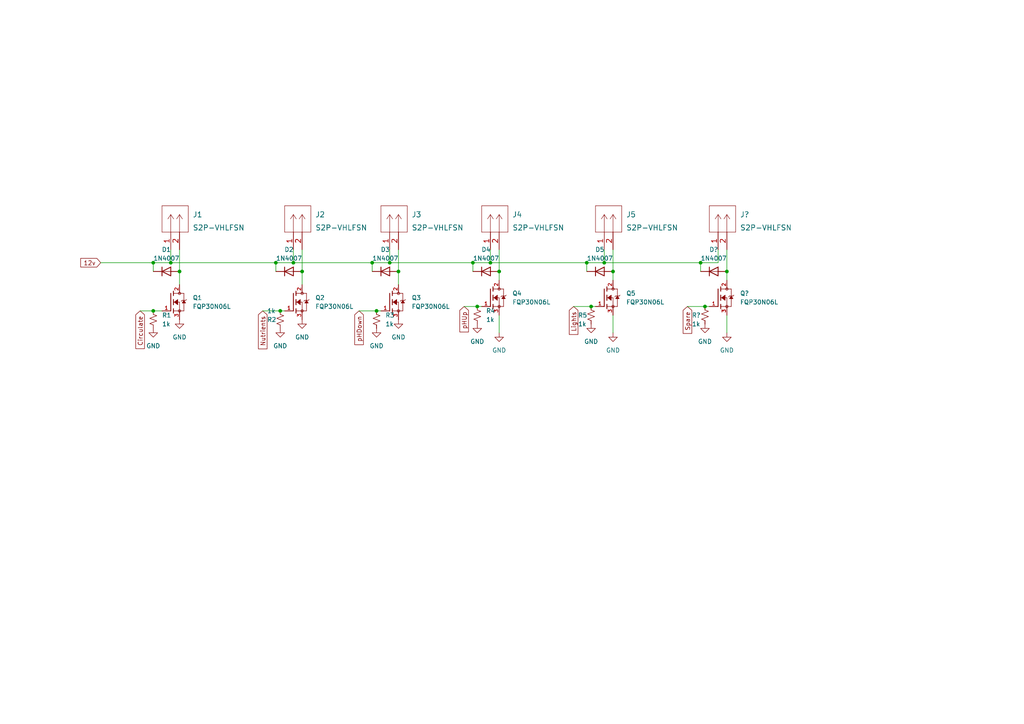
<source format=kicad_sch>
(kicad_sch (version 20211123) (generator eeschema)
  (paper "A4")
  (lib_symbols
    (symbol "Device:R_Small_US" (pin_numbers hide) (pin_names (offset 0.254) hide)
      (property "Reference" "R" (at 0.762 0.508 0))
      (property "Value" "R_Small_US" (at 0.762 -1.016 0))
      (symbol "R_Small_US_1_1"
        (polyline (pts (xy 0 0) (xy 1.016 -0.381) (xy 0 -0.762) (xy -1.016 -1.143) (xy 0 -1.524)))
        (polyline (pts (xy 0 1.524) (xy 1.016 1.143) (xy 0 0.762) (xy -1.016 0.381) (xy 0 0)))
        (pin passive line (at 0 2.54 270) (length 1.016) (name "~") (number "1"))
        (pin passive line (at 0 -2.54 90) (length 1.016) (name "~") (number "2"))
      )
    )
    (symbol "Diode:1N4007" (pin_numbers hide) (pin_names hide)
      (property "Reference" "D" (at 0 2.54 0))
      (property "Value" "1N4007" (at 0 -2.54 0))
      (symbol "1N4007_0_1"
        (polyline (pts (xy -1.27 1.27) (xy -1.27 -1.27)) (stroke (width 0.254)))
        (polyline (pts (xy 1.27 0) (xy -1.27 0)))
        (polyline (pts (xy 1.27 1.27) (xy 1.27 -1.27) (xy -1.27 0) (xy 1.27 1.27)) (stroke (width 0.254)))
      )
      (symbol "1N4007_1_1"
        (pin passive line (at -3.81 0 0) (length 2.54) (name "K") (number "1"))
        (pin passive line (at 3.81 0 180) (length 2.54) (name "A") (number "2"))
      )
    )
    (symbol "Hydro_Library:FQP30N06L" (pin_names (offset 1.016))
      (property "Reference" "Q" (at -11.4404 2.5423 0))
      (property "Value" "FQP30N06L" (at -11.4336 0 0))
      (symbol "FQP30N06L_0_0"
        (polyline (pts (xy 0 2.54) (xy 0 -2.54)) (stroke (width 0.254)))
        (polyline (pts (xy 0.762 -2.54) (xy 0.762 -3.175)) (stroke (width 0.254)))
        (polyline (pts (xy 0.762 -1.905) (xy 0.762 -2.54)) (stroke (width 0.254)))
        (polyline (pts (xy 0.762 0) (xy 0.762 -0.762)) (stroke (width 0.254)))
        (polyline (pts (xy 0.762 0) (xy 2.54 0)) (stroke (width 0.1524)))
        (polyline (pts (xy 0.762 0.762) (xy 0.762 0)) (stroke (width 0.254)))
        (polyline (pts (xy 0.762 2.54) (xy 0.762 1.905)) (stroke (width 0.254)))
        (polyline (pts (xy 0.762 2.54) (xy 3.81 2.54)) (stroke (width 0.1524)))
        (polyline (pts (xy 0.762 3.175) (xy 0.762 2.54)) (stroke (width 0.254)))
        (polyline (pts (xy 2.54 -2.54) (xy 0.762 -2.54)) (stroke (width 0.1524)))
        (polyline (pts (xy 2.54 -2.54) (xy 3.81 -2.54)) (stroke (width 0.1524)))
        (polyline (pts (xy 2.54 0) (xy 2.54 -2.54)) (stroke (width 0.1524)))
        (polyline (pts (xy 3.302 0.508) (xy 3.048 0.254)) (stroke (width 0.1524)))
        (polyline (pts (xy 3.81 0.508) (xy 3.302 0.508)) (stroke (width 0.1524)))
        (polyline (pts (xy 3.81 0.508) (xy 3.81 -2.54)) (stroke (width 0.1524)))
        (polyline (pts (xy 3.81 2.54) (xy 3.81 0.508)) (stroke (width 0.1524)))
        (polyline (pts (xy 4.318 0.508) (xy 3.81 0.508)) (stroke (width 0.1524)))
        (polyline (pts (xy 4.572 0.762) (xy 4.318 0.508)) (stroke (width 0.1524)))
        (polyline (pts (xy 1.016 0) (xy 2.032 0.762) (xy 2.032 -0.762) (xy 1.016 0)) (stroke (width 0.1524)) (fill (type outline)))
        (polyline (pts (xy 3.81 0.508) (xy 3.302 -0.254) (xy 4.318 -0.254) (xy 3.81 0.508)) (stroke (width 0.1524)) (fill (type outline)))
        (circle (center 2.54 -2.54) (radius 0.3592))
        (circle (center 2.54 2.54) (radius 0.3592))
        (pin passive line (at -2.54 -2.54 0) (length 2.54) (name "~") (number "1"))
        (pin passive line (at 2.54 5.08 270) (length 2.54) (name "~") (number "2"))
        (pin passive line (at 2.54 -5.08 90) (length 2.54) (name "~") (number "3"))
      )
    )
    (symbol "S2P-VH(LF)(SN):S2P-VHLFSN" (pin_names (offset 0.254) hide)
      (property "Reference" "J" (at 8.89 6.35 0))
      (property "Value" "S2P-VHLFSN" (at 10.16 0 0))
      (symbol "S2P-VHLFSN_1_1"
        (polyline (pts (xy 5.08 -5.08) (xy 12.7 -5.08)) (stroke (width 0.127)))
        (polyline (pts (xy 5.08 2.54) (xy 5.08 -5.08)) (stroke (width 0.127)))
        (polyline (pts (xy 10.16 -2.54) (xy 5.08 -2.54)) (stroke (width 0.127)))
        (polyline (pts (xy 10.16 -2.54) (xy 8.89 -3.3782)) (stroke (width 0.127)))
        (polyline (pts (xy 10.16 -2.54) (xy 8.89 -1.7018)) (stroke (width 0.127)))
        (polyline (pts (xy 10.16 0) (xy 5.08 0)) (stroke (width 0.127)))
        (polyline (pts (xy 10.16 0) (xy 8.89 -0.8382)) (stroke (width 0.127)))
        (polyline (pts (xy 10.16 0) (xy 8.89 0.8382)) (stroke (width 0.127)))
        (polyline (pts (xy 12.7 -5.08) (xy 12.7 2.54)) (stroke (width 0.127)))
        (polyline (pts (xy 12.7 2.54) (xy 5.08 2.54)) (stroke (width 0.127)))
        (pin unspecified line (at 0 0 0) (length 5.08) (name "1") (number "1"))
        (pin unspecified line (at 0 -2.54 0) (length 5.08) (name "2") (number "2"))
      )
    )
    (symbol "power:GND" (power) (pin_names (offset 0))
      (property "Value" "GND" (at 0 -3.81 0))
      (symbol "GND_0_1"
        (polyline (pts (xy 0 0) (xy 0 -1.27) (xy 1.27 -1.27) (xy 0 -2.54) (xy -1.27 -1.27) (xy 0 -1.27)))
      )
      (symbol "GND_1_1"
        (pin power_in line (at 0 0 270) (length 0) hide (name "GND") (number "1"))
      )
    )
  )
  (junction (at 210.82 78.74))
  (junction (at 115.57 78.74))
  (junction (at 44.45 76.2))
  (junction (at 203.2 76.2))
  (junction (at 113.03 76.2))
  (junction (at 142.24 76.2))
  (junction (at 204.47 88.9))
  (junction (at 177.8 78.74))
  (junction (at 52.07 78.74))
  (junction (at 107.95 76.2))
  (junction (at 44.45 90.17))
  (junction (at 144.78 78.74))
  (junction (at 85.09 76.2))
  (junction (at 137.16 76.2))
  (junction (at 87.63 78.74))
  (junction (at 138.43 88.9))
  (junction (at 175.26 76.2))
  (junction (at 80.01 76.2))
  (junction (at 49.53 76.2))
  (junction (at 109.22 90.17))
  (junction (at 171.45 88.9))
  (junction (at 81.28 90.17))
  (junction (at 170.18 76.2))
  (wire (pts (xy 208.28 72.39) (xy 208.28 76.2)))
  (wire (pts (xy 175.26 76.2) (xy 203.2 76.2)))
  (wire (pts (xy 144.78 78.74) (xy 144.78 81.28)))
  (wire (pts (xy 177.8 72.39) (xy 177.8 78.74)))
  (wire (pts (xy 204.47 88.9) (xy 205.74 88.9)))
  (wire (pts (xy 87.63 78.74) (xy 87.63 82.55)))
  (wire (pts (xy 52.07 78.74) (xy 52.07 82.55)))
  (wire (pts (xy 40.64 90.17) (xy 44.45 90.17)))
  (wire (pts (xy 203.2 76.2) (xy 203.2 78.74)))
  (wire (pts (xy 166.37 88.9) (xy 171.45 88.9)))
  (wire (pts (xy 144.78 96.52) (xy 144.78 91.44)))
  (wire (pts (xy 170.18 76.2) (xy 175.26 76.2)))
  (wire (pts (xy 76.2 90.17) (xy 81.28 90.17)))
  (wire (pts (xy 138.43 88.9) (xy 139.7 88.9)))
  (wire (pts (xy 104.14 90.17) (xy 109.22 90.17)))
  (wire (pts (xy 80.01 76.2) (xy 85.09 76.2)))
  (wire (pts (xy 137.16 76.2) (xy 142.24 76.2)))
  (wire (pts (xy 177.8 96.52) (xy 177.8 91.44)))
  (wire (pts (xy 142.24 72.39) (xy 142.24 76.2)))
  (wire (pts (xy 203.2 76.2) (xy 208.28 76.2)))
  (wire (pts (xy 210.82 72.39) (xy 210.82 78.74)))
  (wire (pts (xy 29.21 76.2) (xy 44.45 76.2)))
  (wire (pts (xy 80.01 76.2) (xy 80.01 78.74)))
  (wire (pts (xy 44.45 76.2) (xy 49.53 76.2)))
  (wire (pts (xy 134.62 88.9) (xy 138.43 88.9)))
  (wire (pts (xy 49.53 76.2) (xy 80.01 76.2)))
  (wire (pts (xy 49.53 72.39) (xy 49.53 76.2)))
  (wire (pts (xy 107.95 76.2) (xy 107.95 78.74)))
  (wire (pts (xy 210.82 96.52) (xy 210.82 91.44)))
  (wire (pts (xy 85.09 76.2) (xy 107.95 76.2)))
  (wire (pts (xy 81.28 90.17) (xy 82.55 90.17)))
  (wire (pts (xy 144.78 72.39) (xy 144.78 78.74)))
  (wire (pts (xy 199.39 88.9) (xy 204.47 88.9)))
  (wire (pts (xy 109.22 90.17) (xy 110.49 90.17)))
  (wire (pts (xy 107.95 76.2) (xy 113.03 76.2)))
  (wire (pts (xy 142.24 76.2) (xy 170.18 76.2)))
  (wire (pts (xy 87.63 72.39) (xy 87.63 78.74)))
  (wire (pts (xy 113.03 72.39) (xy 113.03 76.2)))
  (wire (pts (xy 137.16 76.2) (xy 137.16 78.74)))
  (wire (pts (xy 177.8 78.74) (xy 177.8 81.28)))
  (wire (pts (xy 175.26 72.39) (xy 175.26 76.2)))
  (wire (pts (xy 210.82 78.74) (xy 210.82 81.28)))
  (wire (pts (xy 85.09 72.39) (xy 85.09 76.2)))
  (wire (pts (xy 115.57 72.39) (xy 115.57 78.74)))
  (wire (pts (xy 44.45 90.17) (xy 46.99 90.17)))
  (wire (pts (xy 44.45 76.2) (xy 44.45 78.74)))
  (wire (pts (xy 52.07 72.39) (xy 52.07 78.74)))
  (wire (pts (xy 113.03 76.2) (xy 137.16 76.2)))
  (wire (pts (xy 115.57 78.74) (xy 115.57 82.55)))
  (wire (pts (xy 171.45 88.9) (xy 172.72 88.9)))
  (wire (pts (xy 170.18 76.2) (xy 170.18 78.74)))
  (global_label "12v" (shape input) (at 29.21 76.2 180) (property "Intersheet References" "${INTERSHEET_REFS}" (effects hide)))
  (global_label "Spare" (shape input) (at 199.39 88.9 270) (property "Intersheet References" "${INTERSHEET_REFS}" (effects hide)))
  (global_label "pHDown" (shape input) (at 104.14 90.17 270) (property "Intersheet References" "${INTERSHEET_REFS}" (effects hide)))
  (global_label "Lights" (shape input) (at 166.37 88.9 270) (property "Intersheet References" "${INTERSHEET_REFS}" (effects hide)))
  (global_label "Nutrients" (shape input) (at 76.2 90.17 270) (property "Intersheet References" "${INTERSHEET_REFS}" (effects hide)))
  (global_label "pHUp" (shape input) (at 134.62 88.9 270) (property "Intersheet References" "${INTERSHEET_REFS}" (effects hide)))
  (global_label "Circulate" (shape input) (at 40.64 90.17 270) (property "Intersheet References" "${INTERSHEET_REFS}" (effects hide)))
  (symbol (lib_id "power:GND") (at 210.82 96.52 0) (unit 1)
    (property "Reference" "#PWR?" (effects hide))
    (property "Value" "GND" (at 210.82 101.6 0))
  )
  (symbol (lib_id "S2P-VH(LF)(SN):S2P-VHLFSN") (at 113.03 72.39 90) (unit 1)
    (property "Reference" "J3" (at 119.38 62.23 90) (effects (font (size 1.524 1.524)) (justify right)))
    (property "Value" "S2P-VHLFSN" (at 119.38 66.04 90) (effects (font (size 1.524 1.524)) (justify right)))
    (property "Footprint" "Hydro:S2P-VHLFSN" (effects hide))
  )
  (symbol (lib_id "Device:R_Small_US") (at 171.45 91.44 0) (unit 1)
    (property "Reference" "R5" (at 167.64 91.44 0) (effects (justify left)))
    (property "Value" "1k" (at 167.64 93.98 0) (effects (justify left)))
    (property "Footprint" "Resistor_THT:R_Axial_DIN0207_L6.3mm_D2.5mm_P7.62mm_Horizontal" (effects hide))
  )
  (symbol (lib_id "Hydro_Library:FQP30N06L") (at 208.28 86.36 0) (unit 1)
    (property "Reference" "Q?" (at 214.63 85.0899 0) (effects (justify left)))
    (property "Value" "FQP30N06L" (at 214.63 87.6299 0) (effects (justify left)))
    (property "Footprint" "TO220V" (effects hide))
  )
  (symbol (lib_id "Diode:1N4007") (at 140.97 78.74 0) (unit 1)
    (property "Reference" "D4" (at 140.97 72.39 0))
    (property "Value" "1N4007" (at 140.97 74.93 0))
    (property "Footprint" "Diode_THT:D_DO-41_SOD81_P10.16mm_Horizontal" (effects hide))
    (property "Datasheet" "http://www.vishay.com/docs/88503/1n4001.pdf" (effects hide))
  )
  (symbol (lib_id "S2P-VH(LF)(SN):S2P-VHLFSN") (at 175.26 72.39 90) (unit 1)
    (property "Reference" "J5" (at 181.61 62.23 90) (effects (font (size 1.524 1.524)) (justify right)))
    (property "Value" "S2P-VHLFSN" (at 181.61 66.04 90) (effects (font (size 1.524 1.524)) (justify right)))
    (property "Footprint" "Hydro:S2P-VHLFSN" (effects hide))
  )
  (symbol (lib_id "power:GND") (at 81.28 95.25 0) (unit 1)
    (property "Reference" "#PWR?" (effects hide))
    (property "Value" "GND" (at 81.28 100.33 0))
  )
  (symbol (lib_id "Diode:1N4007") (at 207.01 78.74 0) (unit 1)
    (property "Reference" "D?" (at 207.01 72.39 0))
    (property "Value" "1N4007" (at 207.01 74.93 0))
    (property "Footprint" "Diode_THT:D_DO-41_SOD81_P10.16mm_Horizontal" (effects hide))
    (property "Datasheet" "http://www.vishay.com/docs/88503/1n4001.pdf" (effects hide))
  )
  (symbol (lib_id "S2P-VH(LF)(SN):S2P-VHLFSN") (at 208.28 72.39 90) (unit 1)
    (property "Reference" "J?" (at 214.63 62.23 90) (effects (font (size 1.524 1.524)) (justify right)))
    (property "Value" "S2P-VHLFSN" (at 214.63 66.04 90) (effects (font (size 1.524 1.524)) (justify right)))
    (property "Footprint" "Hydro:S2P-VHLFSN" (effects hide))
  )
  (symbol (lib_id "power:GND") (at 52.07 92.71 0) (unit 1)
    (property "Reference" "#PWR01" (effects hide))
    (property "Value" "GND" (at 52.07 97.79 0))
  )
  (symbol (lib_id "Hydro_Library:FQP30N06L") (at 85.09 87.63 0) (unit 1)
    (property "Reference" "Q2" (at 91.44 86.3599 0) (effects (justify left)))
    (property "Value" "FQP30N06L" (at 91.44 88.8999 0) (effects (justify left)))
    (property "Footprint" "TO220V" (effects hide))
  )
  (symbol (lib_id "Diode:1N4007") (at 83.82 78.74 0) (unit 1)
    (property "Reference" "D2" (at 83.82 72.39 0))
    (property "Value" "1N4007" (at 83.82 74.93 0))
    (property "Footprint" "Diode_THT:D_DO-41_SOD81_P10.16mm_Horizontal" (effects hide))
    (property "Datasheet" "http://www.vishay.com/docs/88503/1n4001.pdf" (effects hide))
  )
  (symbol (lib_id "S2P-VH(LF)(SN):S2P-VHLFSN") (at 142.24 72.39 90) (unit 1)
    (property "Reference" "J4" (at 148.59 62.23 90) (effects (font (size 1.524 1.524)) (justify right)))
    (property "Value" "S2P-VHLFSN" (at 148.59 66.04 90) (effects (font (size 1.524 1.524)) (justify right)))
    (property "Footprint" "Hydro:S2P-VHLFSN" (effects hide))
  )
  (symbol (lib_id "power:GND") (at 44.45 95.25 0) (unit 1)
    (property "Reference" "#PWR?" (effects hide))
    (property "Value" "GND" (at 44.45 100.33 0))
  )
  (symbol (lib_id "Diode:1N4007") (at 173.99 78.74 0) (unit 1)
    (property "Reference" "D5" (at 173.99 72.39 0))
    (property "Value" "1N4007" (at 173.99 74.93 0))
    (property "Footprint" "Diode_THT:D_DO-41_SOD81_P10.16mm_Horizontal" (effects hide))
    (property "Datasheet" "http://www.vishay.com/docs/88503/1n4001.pdf" (effects hide))
  )
  (symbol (lib_id "power:GND") (at 177.8 96.52 0) (unit 1)
    (property "Reference" "#PWR05" (effects hide))
    (property "Value" "GND" (at 177.8 101.6 0))
  )
  (symbol (lib_id "Hydro_Library:FQP30N06L") (at 49.53 87.63 0) (unit 1)
    (property "Reference" "Q1" (at 55.88 86.3599 0) (effects (justify left)))
    (property "Value" "FQP30N06L" (at 55.88 88.8999 0) (effects (justify left)))
    (property "Footprint" "TO220V" (effects hide))
  )
  (symbol (lib_id "S2P-VH(LF)(SN):S2P-VHLFSN") (at 85.09 72.39 90) (unit 1)
    (property "Reference" "J2" (at 91.44 62.23 90) (effects (font (size 1.524 1.524)) (justify right)))
    (property "Value" "S2P-VHLFSN" (at 91.44 66.04 90) (effects (font (size 1.524 1.524)) (justify right)))
    (property "Footprint" "Hydro:S2P-VHLFSN" (effects hide))
  )
  (symbol (lib_id "power:GND") (at 109.22 95.25 0) (unit 1)
    (property "Reference" "#PWR?" (effects hide))
    (property "Value" "GND" (at 109.22 100.33 0))
  )
  (symbol (lib_id "Device:R_Small_US") (at 109.22 92.71 0) (unit 1)
    (property "Reference" "R3" (at 111.76 91.4399 0) (effects (justify left)))
    (property "Value" "1k" (at 111.76 93.9799 0) (effects (justify left)))
    (property "Footprint" "Resistor_THT:R_Axial_DIN0207_L6.3mm_D2.5mm_P7.62mm_Horizontal" (effects hide))
  )
  (symbol (lib_id "Diode:1N4007") (at 48.26 78.74 0) (unit 1)
    (property "Reference" "D1" (at 48.26 72.39 0))
    (property "Value" "1N4007" (at 48.26 74.93 0))
    (property "Footprint" "Diode_THT:D_DO-41_SOD81_P10.16mm_Horizontal" (effects hide))
    (property "Datasheet" "http://www.vishay.com/docs/88503/1n4001.pdf" (effects hide))
  )
  (symbol (lib_id "S2P-VH(LF)(SN):S2P-VHLFSN") (at 49.53 72.39 90) (unit 1)
    (property "Reference" "J1" (at 55.88 62.23 90) (effects (font (size 1.524 1.524)) (justify right)))
    (property "Value" "S2P-VHLFSN" (at 55.88 66.04 90) (effects (font (size 1.524 1.524)) (justify right)))
    (property "Footprint" "Hydro:S2P-VHLFSN" (effects hide))
  )
  (symbol (lib_id "power:GND") (at 171.45 93.98 0) (unit 1)
    (property "Reference" "#PWR?" (effects hide))
    (property "Value" "GND" (at 171.45 99.06 0))
  )
  (symbol (lib_id "Device:R_Small_US") (at 138.43 91.44 0) (unit 1)
    (property "Reference" "R4" (at 140.97 90.1699 0) (effects (justify left)))
    (property "Value" "1k" (at 140.97 92.7099 0) (effects (justify left)))
    (property "Footprint" "Resistor_THT:R_Axial_DIN0207_L6.3mm_D2.5mm_P7.62mm_Horizontal" (effects hide))
  )
  (symbol (lib_id "Hydro_Library:FQP30N06L") (at 175.26 86.36 0) (unit 1)
    (property "Reference" "Q5" (at 181.61 85.0899 0) (effects (justify left)))
    (property "Value" "FQP30N06L" (at 181.61 87.6299 0) (effects (justify left)))
    (property "Footprint" "TO220V" (effects hide))
  )
  (symbol (lib_id "power:GND") (at 115.57 92.71 0) (unit 1)
    (property "Reference" "#PWR03" (effects hide))
    (property "Value" "GND" (at 115.57 97.79 0))
  )
  (symbol (lib_id "Hydro_Library:FQP30N06L") (at 113.03 87.63 0) (unit 1)
    (property "Reference" "Q3" (at 119.38 86.3599 0) (effects (justify left)))
    (property "Value" "FQP30N06L" (at 119.38 88.8999 0) (effects (justify left)))
    (property "Footprint" "TO220V" (effects hide))
  )
  (symbol (lib_id "power:GND") (at 204.47 93.98 0) (unit 1)
    (property "Reference" "#PWR?" (effects hide))
    (property "Value" "GND" (at 204.47 99.06 0))
  )
  (symbol (lib_id "power:GND") (at 87.63 92.71 0) (unit 1)
    (property "Reference" "#PWR02" (effects hide))
    (property "Value" "GND" (at 87.63 97.79 0))
  )
  (symbol (lib_id "Diode:1N4007") (at 111.76 78.74 0) (unit 1)
    (property "Reference" "D3" (at 111.76 72.39 0))
    (property "Value" "1N4007" (at 111.76 74.93 0))
    (property "Footprint" "Diode_THT:D_DO-41_SOD81_P10.16mm_Horizontal" (effects hide))
    (property "Datasheet" "http://www.vishay.com/docs/88503/1n4001.pdf" (effects hide))
  )
  (symbol (lib_id "power:GND") (at 138.43 93.98 0) (unit 1)
    (property "Reference" "#PWR?" (effects hide))
    (property "Value" "GND" (at 138.43 99.06 0))
  )
  (symbol (lib_id "Hydro_Library:FQP30N06L") (at 142.24 86.36 0) (unit 1)
    (property "Reference" "Q4" (at 148.59 85.0899 0) (effects (justify left)))
    (property "Value" "FQP30N06L" (at 148.59 87.6299 0) (effects (justify left)))
    (property "Footprint" "TO220V" (effects hide))
  )
  (symbol (lib_id "power:GND") (at 144.78 96.52 0) (unit 1)
    (property "Reference" "#PWR04" (effects hide))
    (property "Value" "GND" (at 144.78 101.6 0))
  )
  (symbol (lib_id "Device:R_Small_US") (at 44.45 92.71 0) (unit 1)
    (property "Reference" "R1" (at 46.99 91.4399 0) (effects (justify left)))
    (property "Value" "1k" (at 46.99 93.9799 0) (effects (justify left)))
    (property "Footprint" "Resistor_THT:R_Axial_DIN0207_L6.3mm_D2.5mm_P7.62mm_Horizontal" (effects hide))
  )
  (symbol (lib_id "Device:R_Small_US") (at 81.28 92.71 0) (unit 1)
    (property "Reference" "R2" (at 77.47 92.71 0) (effects (justify left)))
    (property "Value" "1k" (at 77.47 90.17 0) (effects (justify left)))
    (property "Footprint" "Resistor_THT:R_Axial_DIN0207_L6.3mm_D2.5mm_P7.62mm_Horizontal" (effects hide))
  )
  (symbol (lib_id "Device:R_Small_US") (at 204.47 91.44 0) (unit 1)
    (property "Reference" "R?" (at 200.66 91.44 0) (effects (justify left)))
    (property "Value" "1k" (at 200.66 93.98 0) (effects (justify left)))
    (property "Footprint" "Resistor_THT:R_Axial_DIN0207_L6.3mm_D2.5mm_P7.62mm_Horizontal" (effects hide))
  )
)
</source>
